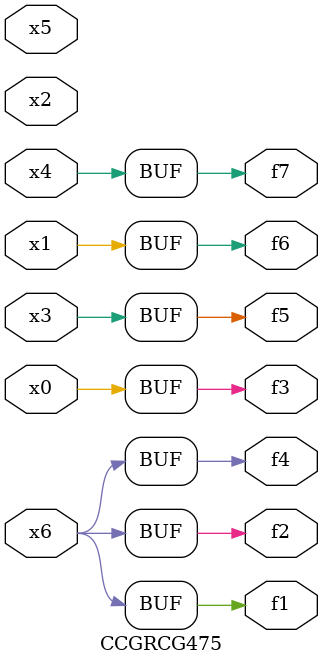
<source format=v>
module CCGRCG475(
	input x0, x1, x2, x3, x4, x5, x6,
	output f1, f2, f3, f4, f5, f6, f7
);
	assign f1 = x6;
	assign f2 = x6;
	assign f3 = x0;
	assign f4 = x6;
	assign f5 = x3;
	assign f6 = x1;
	assign f7 = x4;
endmodule

</source>
